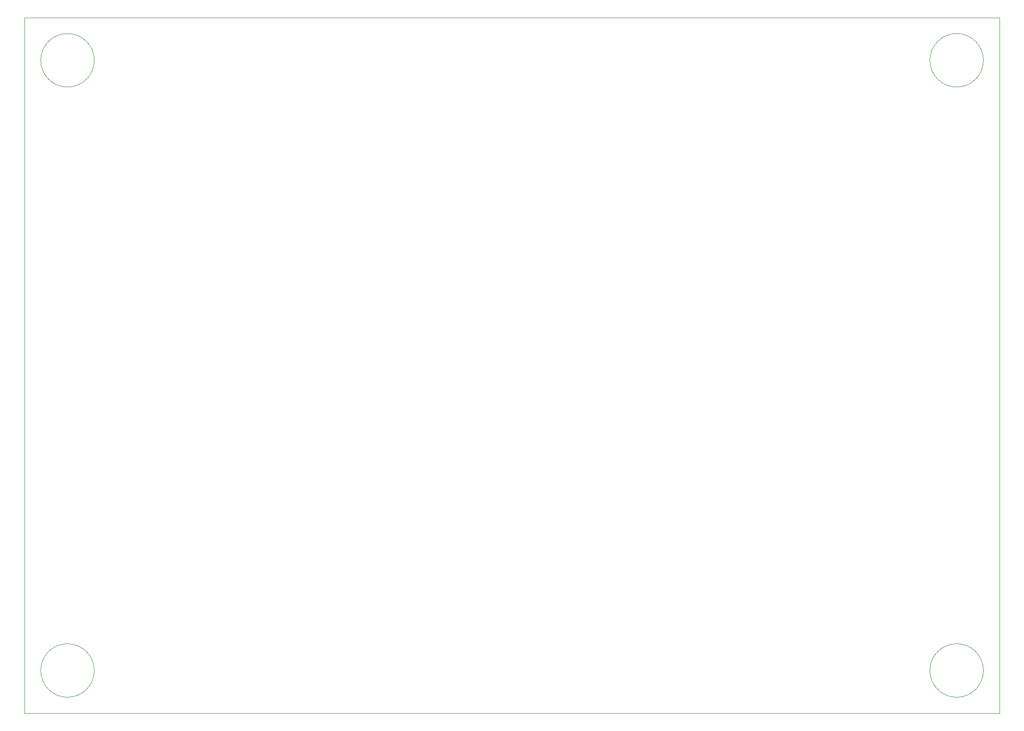
<source format=gbr>
%TF.GenerationSoftware,KiCad,Pcbnew,6.0.11-2627ca5db0~126~ubuntu20.04.1*%
%TF.CreationDate,2024-08-05T23:26:08-05:00*%
%TF.ProjectId,a00_hilbackplate,6130305f-6869-46c6-9261-636b706c6174,rev?*%
%TF.SameCoordinates,Original*%
%TF.FileFunction,Profile,NP*%
%FSLAX46Y46*%
G04 Gerber Fmt 4.6, Leading zero omitted, Abs format (unit mm)*
G04 Created by KiCad (PCBNEW 6.0.11-2627ca5db0~126~ubuntu20.04.1) date 2024-08-05 23:26:08*
%MOMM*%
%LPD*%
G01*
G04 APERTURE LIST*
%TA.AperFunction,Profile*%
%ADD10C,0.100000*%
%TD*%
G04 APERTURE END LIST*
D10*
X20000000Y-20000000D02*
X20000000Y-150000000D01*
X199000000Y-28000000D02*
G75*
G03*
X199000000Y-28000000I-5000000J0D01*
G01*
X33000000Y-28000000D02*
G75*
G03*
X33000000Y-28000000I-5000000J0D01*
G01*
X202000000Y-20000000D02*
X202000000Y-150000000D01*
X199000000Y-142000000D02*
G75*
G03*
X199000000Y-142000000I-5000000J0D01*
G01*
X20000000Y-20000000D02*
X202000000Y-20000000D01*
X20000000Y-150000000D02*
X202000000Y-150000000D01*
X33000000Y-142000000D02*
G75*
G03*
X33000000Y-142000000I-5000000J0D01*
G01*
M02*

</source>
